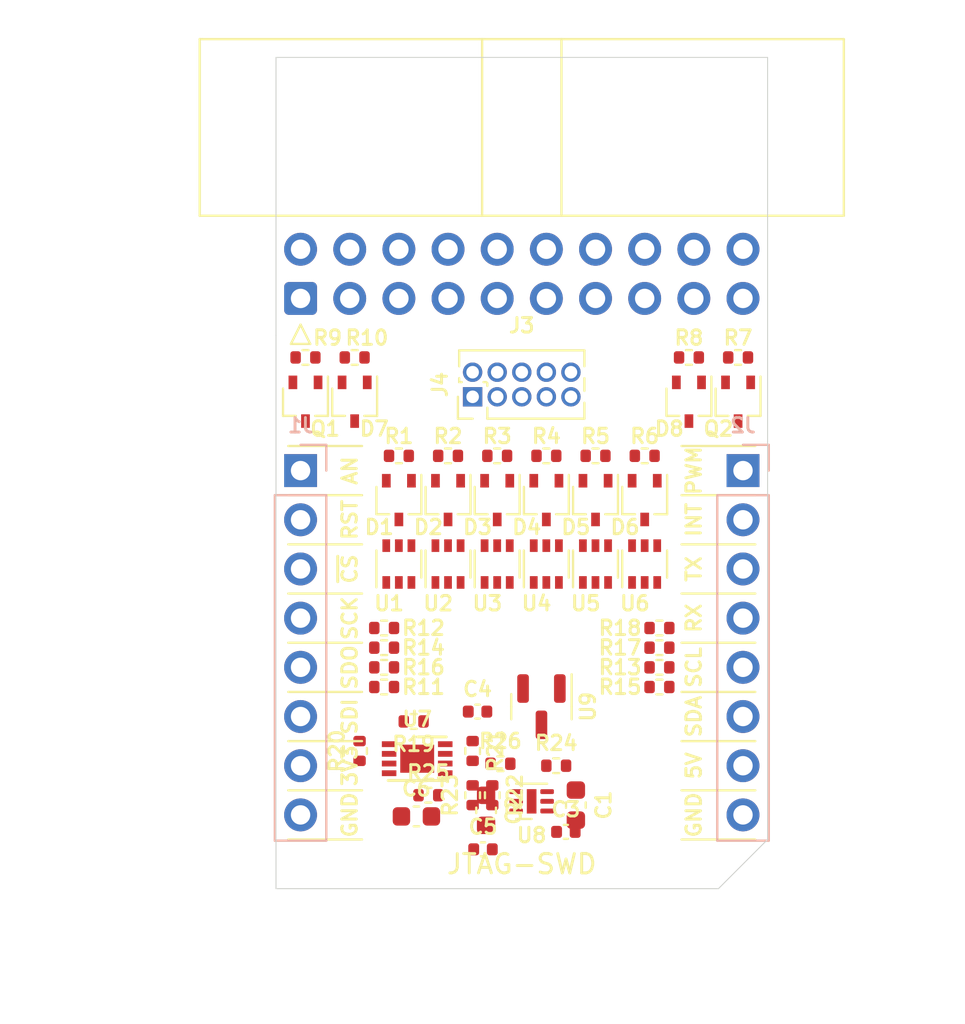
<source format=kicad_pcb>
(kicad_pcb (version 20221018) (generator pcbnew)
  (layers (0 "F.Cu" signal) (31 "B.Cu" signal) (34 "B.Paste" user) (35 "F.Paste" user) (36 "B.SilkS" user "B.Silkscreen") (37 "F.SilkS" user "F.Silkscreen") (38 "B.Mask" user) (39 "F.Mask" user) (44 "Edge.Cuts" user))
  (net 0 "")
  (net 1 "+3V3")
  (net 2 "GND")
  (net 3 "+5V")
  (net 4 "Net-(U7B--)")
  (net 5 "Net-(U7A--)")
  (net 6 "Net-(U7A-+)")
  (net 7 "Net-(R21-Pad1)")
  (net 8 "VDD")
  (net 9 "/VTREF_CLICK")
  (net 10 "/nRESET_CLICK")
  (net 11 "/TMS{slash}SWDIO_CLICK")
  (net 12 "/TCK{slash}SWCLK_CLICK")
  (net 13 "/TDO{slash}SWO_CLICK")
  (net 14 "/nTRST_CLICK")
  (net 15 "/RX_CLICK")
  (net 16 "/TMS{slash}SWDIO_DIR_CLICK")
  (net 17 "/RTCK_CLICK")
  (net 18 "/VTREF_TARGET")
  (net 19 "/nTRST_TARGET")
  (net 20 "/TDI{slash}TX_TARGET")
  (net 21 "/TMS{slash}SWDIO_TARGET")
  (net 22 "/TCK{slash}SWCLK_TARGET")
  (net 23 "/RTCK_TARGET")
  (net 24 "/TDO{slash}SWO_TARGET")
  (net 25 "/nRESET_TARGET")
  (net 26 "/RX_TARGET")
  (net 27 "/5V_TARGET")
  (net 28 "/TDI_CLICK")
  (net 29 "/TX_CLICK")
  (net 30 "Net-(U1-A)")
  (net 31 "Net-(U2-A)")
  (net 32 "Net-(U2-DIR)")
  (net 33 "Net-(U3-A)")
  (net 34 "Net-(U4-A)")
  (net 35 "Net-(U5-A)")
  (net 36 "Net-(U6-A)")
  (net 37 "Net-(D1-common)")
  (net 38 "Net-(D2-common)")
  (net 39 "Net-(D3-common)")
  (net 40 "Net-(D4-common)")
  (net 41 "Net-(D5-common)")
  (net 42 "Net-(D6-common)")
  (net 43 "Net-(D7-common)")
  (net 44 "Net-(D8-common)")
  (net 47 "/VTREF_EN_CLICK")
  (net 48 "Net-(U8-ADJ)")
  (net 49 "Net-(U8-EN)")
  (net 50 "Net-(U8-BYP)")
  (net 51 "Net-(U9-Vout)")
  (net 52 "Net-(U7B-+)")
  (footprint "Resistor_SMD:R_0402_1005Metric" (layer "F.Cu") (at 132.974 119.269)
    (fp_text reference "R25" (at 0 -1.17) (layer "F.SilkS") (effects (font (size 0.75 0.75))))
    (fp_text value "10.0k")
    (pad "1" smd roundrect (at -0.51 0) (size 0.54 0.64) (layers "F.Cu" "F.Paste" "F.Mask") (net 51 "Net-(U9-Vout)"))
    (pad "2" smd roundrect (at 0.51 0) (size 0.54 0.64) (layers "F.Cu" "F.Paste" "F.Mask") (net 52 "Net-(U7B-+)"))
  )
  (footprint "Resistor_SMD:R_0402_1005Metric" (layer "F.Cu") (at 131.45 101.743 180)
    (fp_text reference "R1" (at -0.002 1.016) (layer "F.SilkS") (effects (font (size 0.75 0.75))))
    (fp_text value "100")
    (pad "1" smd roundrect (at -0.51 0 180) (size 0.54 0.64) (layers "F.Cu" "F.Paste" "F.Mask") (net 37 "Net-(D1-common)"))
    (pad "2" smd roundrect (at 0.51 0 180) (size 0.54 0.64) (layers "F.Cu" "F.Paste" "F.Mask") (net 20 "/TDI{slash}TX_TARGET"))
  )
  (footprint "Resistor_SMD:R_0402_1005Metric" (layer "F.Cu") (at 136.696 117.643)
    (fp_text reference "R26" (at 0 -1.17) (layer "F.SilkS") (effects (font (size 0.75 0.75))))
    (fp_text value "10.0k")
    (pad "1" smd roundrect (at -0.51 0) (size 0.54 0.64) (layers "F.Cu" "F.Paste" "F.Mask") (net 52 "Net-(U7B-+)"))
    (pad "2" smd roundrect (at 0.51 0) (size 0.54 0.64) (layers "F.Cu" "F.Paste" "F.Mask") (net 2 "GND"))
  )
  (footprint "Package_TO_SOT_SMD:SOT-363_SC-70-6" (layer "F.Cu") (at 144.148 107.331 90)
    (fp_text reference "U6" (at -2.032 -0.506 180) (layer "F.SilkS") (effects (font (size 0.75 0.75))))
    (fp_text value "SN74LVC1T45DCK")
    (pad "1" smd rect (at -0.95 -0.65 90) (size 0.65 0.4) (layers "F.Cu" "F.Paste" "F.Mask") (net 1 "+3V3"))
    (pad "2" smd rect (at -0.95 0 90) (size 0.65 0.4) (layers "F.Cu" "F.Paste" "F.Mask") (net 2 "GND"))
    (pad "3" smd rect (at -0.95 0.65 90) (size 0.65 0.4) (layers "F.Cu" "F.Paste" "F.Mask") (net 36 "Net-(U6-A)"))
    (pad "4" smd rect (at 0.95 0.65 90) (size 0.65 0.4) (layers "F.Cu" "F.Paste" "F.Mask") (net 42 "Net-(D6-common)"))
    (pad "5" smd rect (at 0.95 0 90) (size 0.65 0.4) (layers "F.Cu" "F.Paste" "F.Mask") (net 2 "GND"))
    (pad "6" smd rect (at 0.95 -0.65 90) (size 0.65 0.4) (layers "F.Cu" "F.Paste" "F.Mask") (net 8 "VDD"))
  )
  (footprint "Resistor_SMD:R_0402_1005Metric" (layer "F.Cu") (at 126.624 96.663 180)
    (fp_text reference "R9" (at -1.143 1.016) (layer "F.SilkS") (effects (font (size 0.75 0.75))))
    (fp_text value "10.0k")
    (pad "1" smd roundrect (at -0.51 0 180) (size 0.54 0.64) (layers "F.Cu" "F.Paste" "F.Mask") (net 14 "/nTRST_CLICK"))
    (pad "2" smd roundrect (at 0.51 0 180) (size 0.54 0.64) (layers "F.Cu" "F.Paste" "F.Mask") (net 2 "GND"))
  )
  (footprint "Resistor_SMD:R_0402_1005Metric" (layer "F.Cu") (at 144.912 113.681 180)
    (fp_text reference "R15" (at 2.032 0) (layer "F.SilkS") (effects (font (size 0.75 0.75))))
    (fp_text value "1.00k")
    (pad "1" smd roundrect (at -0.51 0 180) (size 0.54 0.64) (layers "F.Cu" "F.Paste" "F.Mask") (net 17 "/RTCK_CLICK"))
    (pad "2" smd roundrect (at 0.51 0 180) (size 0.54 0.64) (layers "F.Cu" "F.Paste" "F.Mask") (net 34 "Net-(U4-A)"))
  )
  (footprint "Package_DFN_QFN:MLF-6-1EP_1.6x1.6mm_P0.5mm_EP0.5x1.26mm" (layer "F.Cu") (at 138.308 119.584 180)
    (fp_text reference "U8" (at 0 -1.75) (layer "F.SilkS") (effects (font (size 0.75 0.75))))
    (fp_text value "MIC5353YMT")
    (pad "1" smd roundrect (at -0.8 -0.5 180) (size 0.7 0.25) (layers "F.Cu" "F.Paste" "F.Mask") (net 49 "Net-(U8-EN)"))
    (pad "2" smd roundrect (at -0.8 0 180) (size 0.7 0.25) (layers "F.Cu" "F.Paste" "F.Mask") (net 2 "GND"))
    (pad "3" smd roundrect (at -0.8 0.5 180) (size 0.7 0.25) (layers "F.Cu" "F.Paste" "F.Mask") (net 3 "+5V"))
    (pad "4" smd roundrect (at 0.8 0.5 180) (size 0.7 0.25) (layers "F.Cu" "F.Paste" "F.Mask") (net 8 "VDD"))
    (pad "5" smd roundrect (at 0.8 0 180) (size 0.7 0.25) (layers "F.Cu" "F.Paste" "F.Mask") (net 48 "Net-(U8-ADJ)"))
    (pad "6" smd roundrect (at 0.8 -0.5 180) (size 0.7 0.25) (layers "F.Cu" "F.Paste" "F.Mask") (net 50 "Net-(U8-BYP)"))
    (pad "7" smd rect (at 0 0 180) (size 0.5 1.26) (layers "F.Cu" "F.Mask") (net 2 "GND"))
  )
  (footprint "Resistor_SMD:R_0402_1005Metric" (layer "F.Cu") (at 148.976 96.663 180)
    (fp_text reference "R7" (at 0 1.016) (layer "F.SilkS") (effects (font (size 0.75 0.75))))
    (fp_text value "10.0k")
    (pad "1" smd roundrect (at -0.51 0 180) (size 0.54 0.64) (layers "F.Cu" "F.Paste" "F.Mask") (net 10 "/nRESET_CLICK"))
    (pad "2" smd roundrect (at 0.51 0 180) (size 0.54 0.64) (layers "F.Cu" "F.Paste" "F.Mask") (net 2 "GND"))
  )
  (footprint "Package_TO_SOT_SMD:SOT-363_SC-70-6" (layer "F.Cu") (at 131.448 107.331 90)
    (fp_text reference "U1" (at -2.032 -0.506 180) (layer "F.SilkS") (effects (font (size 0.75 0.75))))
    (fp_text value "SN74LVC1T45DCK")
    (pad "1" smd rect (at -0.95 -0.65 90) (size 0.65 0.4) (layers "F.Cu" "F.Paste" "F.Mask") (net 1 "+3V3"))
    (pad "2" smd rect (at -0.95 0 90) (size 0.65 0.4) (layers "F.Cu" "F.Paste" "F.Mask") (net 2 "GND"))
    (pad "3" smd rect (at -0.95 0.65 90) (size 0.65 0.4) (layers "F.Cu" "F.Paste" "F.Mask") (net 30 "Net-(U1-A)"))
    (pad "4" smd rect (at 0.95 0.65 90) (size 0.65 0.4) (layers "F.Cu" "F.Paste" "F.Mask") (net 37 "Net-(D1-common)"))
    (pad "5" smd rect (at 0.95 0 90) (size 0.65 0.4) (layers "F.Cu" "F.Paste" "F.Mask") (net 1 "+3V3"))
    (pad "6" smd rect (at 0.95 -0.65 90) (size 0.65 0.4) (layers "F.Cu" "F.Paste" "F.Mask") (net 8 "VDD"))
  )
  (footprint "Resistor_SMD:R_0402_1005Metric" (layer "F.Cu") (at 146.436 96.663 180)
    (fp_text reference "R8" (at 0 1.016) (layer "F.SilkS") (effects (font (size 0.75 0.75))))
    (fp_text value "100")
    (pad "1" smd roundrect (at -0.51 0 180) (size 0.54 0.64) (layers "F.Cu" "F.Paste" "F.Mask") (net 44 "Net-(D8-common)"))
    (pad "2" smd roundrect (at 0.51 0 180) (size 0.54 0.64) (layers "F.Cu" "F.Paste" "F.Mask") (net 25 "/nRESET_TARGET"))
  )
  (footprint "Capacitor_SMD:C_0603_1608Metric" (layer "F.Cu") (at 132.356 120.363)
    (fp_text reference "C6" (at 0 -1.43) (layer "F.SilkS") (effects (font (size 0.75 0.75))))
    (fp_text value "1.0uF")
    (pad "1" smd roundrect (at -0.775 0) (size 0.9 0.95) (layers "F.Cu" "F.Paste" "F.Mask") (net 51 "Net-(U9-Vout)"))
    (pad "2" smd roundrect (at 0.775 0) (size 0.9 0.95) (layers "F.Cu" "F.Paste" "F.Mask") (net 2 "GND"))
  )
  (footprint "Package_TO_SOT_SMD:SOT-323_SC-70" (layer "F.Cu") (at 129.164 98.949 -90)
    (fp_text reference "D7" (at 1.397 -1.016 -180) (layer "F.SilkS") (effects (font (size 0.75 0.75))))
    (fp_text value "D1213A-01W")
    (pad "1" smd rect (at -1 -0.65 180) (size 0.45 0.7) (layers "F.Cu" "F.Paste" "F.Mask") (net 43 "Net-(D7-common)"))
    (pad "2" smd rect (at -1 0.65 180) (size 0.45 0.7) (layers "F.Cu" "F.Paste" "F.Mask") (net 8 "VDD"))
    (pad "3" smd rect (at 1 0 180) (size 0.45 0.7) (layers "F.Cu" "F.Paste" "F.Mask") (net 2 "GND"))
  )
  (footprint "Package_TO_SOT_SMD:SOT-323_SC-70" (layer "F.Cu") (at 146.436 98.949 -90)
    (fp_text reference "D8" (at 1.397 1.016 -180) (layer "F.SilkS") (effects (font (size 0.75 0.75))))
    (fp_text value "D1213A-01W")
    (pad "1" smd rect (at -1 -0.65 180) (size 0.45 0.7) (layers "F.Cu" "F.Paste" "F.Mask") (net 44 "Net-(D8-common)"))
    (pad "2" smd rect (at -1 0.65 180) (size 0.45 0.7) (layers "F.Cu" "F.Paste" "F.Mask") (net 8 "VDD"))
    (pad "3" smd rect (at 1 0 180) (size 0.45 0.7) (layers "F.Cu" "F.Paste" "F.Mask") (net 2 "GND"))
  )
  (footprint "Package_TO_SOT_SMD:SOT-323_SC-70" (layer "F.Cu") (at 148.976 98.949 -90)
    (fp_text reference "Q2" (at 1.397 1.016 -180) (layer "F.SilkS") (effects (font (size 0.75 0.75))))
    (fp_text value "2N7002W")
    (pad "1" smd rect (at -1 -0.65 180) (size 0.45 0.7) (layers "F.Cu" "F.Paste" "F.Mask") (net 10 "/nRESET_CLICK"))
    (pad "2" smd rect (at -1 0.65 180) (size 0.45 0.7) (layers "F.Cu" "F.Paste" "F.Mask") (net 2 "GND"))
    (pad "3" smd rect (at 1 0 180) (size 0.45 0.7) (layers "F.Cu" "F.Paste" "F.Mask") (net 44 "Net-(D8-common)"))
  )
  (footprint "Resistor_SMD:R_0402_1005Metric" (layer "F.Cu") (at 135.26 119.269 90)
    (fp_text reference "R23" (at 0 -1.17 90) (layer "F.SilkS") (effects (font (size 0.75 0.75))))
    (fp_text value "10.0k")
    (pad "1" smd roundrect (at -0.51 0 90) (size 0.54 0.64) (layers "F.Cu" "F.Paste" "F.Mask") (net 48 "Net-(U8-ADJ)"))
    (pad "2" smd roundrect (at 0.51 0 90) (size 0.54 0.64) (layers "F.Cu" "F.Paste" "F.Mask") (net 7 "Net-(R21-Pad1)"))
  )
  (footprint "Package_TO_SOT_SMD:SOT-323_SC-70" (layer "F.Cu") (at 141.61 104.029 -90)
    (fp_text reference "D5" (at 1.397 1.016 -180) (layer "F.SilkS") (effects (font (size 0.75 0.75))))
    (fp_text value "D1213A-01W")
    (pad "1" smd rect (at -1 -0.65 180) (size 0.45 0.7) (layers "F.Cu" "F.Paste" "F.Mask") (net 41 "Net-(D5-common)"))
    (pad "2" smd rect (at -1 0.65 180) (size 0.45 0.7) (layers "F.Cu" "F.Paste" "F.Mask") (net 8 "VDD"))
    (pad "3" smd rect (at 1 0 180) (size 0.45 0.7) (layers "F.Cu" "F.Paste" "F.Mask") (net 2 "GND"))
  )
  (footprint "Package_TO_SOT_SMD:SOT-363_SC-70-6" (layer "F.Cu") (at 133.988 107.331 90)
    (fp_text reference "U2" (at -2.032 -0.506 180) (layer "F.SilkS") (effects (font (size 0.75 0.75))))
    (fp_text value "SN74LVC1T45DCK")
    (pad "1" smd rect (at -0.95 -0.65 90) (size 0.65 0.4) (layers "F.Cu" "F.Paste" "F.Mask") (net 1 "+3V3"))
    (pad "2" smd rect (at -0.95 0 90) (size 0.65 0.4) (layers "F.Cu" "F.Paste" "F.Mask") (net 2 "GND"))
    (pad "3" smd rect (at -0.95 0.65 90) (size 0.65 0.4) (layers "F.Cu" "F.Paste" "F.Mask") (net 31 "Net-(U2-A)"))
    (pad "4" smd rect (at 0.95 0.65 90) (size 0.65 0.4) (layers "F.Cu" "F.Paste" "F.Mask") (net 38 "Net-(D2-common)"))
    (pad "5" smd rect (at 0.95 0 90) (size 0.65 0.4) (layers "F.Cu" "F.Paste" "F.Mask") (net 32 "Net-(U2-DIR)"))
    (pad "6" smd rect (at 0.95 -0.65 90) (size 0.65 0.4) (layers "F.Cu" "F.Paste" "F.Mask") (net 8 "VDD"))
  )
  (footprint "Resistor_SMD:R_0402_1005Metric" (layer "F.Cu") (at 129.164 96.663 180)
    (fp_text reference "R10" (at -0.635 1.016) (layer "F.SilkS") (effects (font (size 0.75 0.75))))
    (fp_text value "100")
    (pad "1" smd roundrect (at -0.51 0 180) (size 0.54 0.64) (layers "F.Cu" "F.Paste" "F.Mask") (net 43 "Net-(D7-common)"))
    (pad "2" smd roundrect (at 0.51 0 180) (size 0.54 0.64) (layers "F.Cu" "F.Paste" "F.Mask") (net 19 "/nTRST_TARGET"))
  )
  (footprint "Resistor_SMD:R_0402_1005Metric" (layer "F.Cu") (at 129.418 116.983 90)
    (fp_text reference "R20" (at 0 -1.17 90) (layer "F.SilkS") (effects (font (size 0.75 0.75))))
    (fp_text value "10.0k")
    (pad "1" smd roundrect (at -0.51 0 90) (size 0.54 0.64) (layers "F.Cu" "F.Paste" "F.Mask") (net 6 "Net-(U7A-+)"))
    (pad "2" smd roundrect (at 0.51 0 90) (size 0.54 0.64) (layers "F.Cu" "F.Paste" "F.Mask") (net 18 "/VTREF_TARGET"))
  )
  (footprint "Package_TO_SOT_SMD:SOT-323_SC-70" (layer "F.Cu") (at 144.15 104.029 -90)
    (fp_text reference "D6" (at 1.397 1.016 -180) (layer "F.SilkS") (effects (font (size 0.75 0.75))))
    (fp_text value "D1213A-01W")
    (pad "1" smd rect (at -1 -0.65 180) (size 0.45 0.7) (layers "F.Cu" "F.Paste" "F.Mask") (net 42 "Net-(D6-common)"))
    (pad "2" smd rect (at -1 0.65 180) (size 0.45 0.7) (layers "F.Cu" "F.Paste" "F.Mask") (net 8 "VDD"))
    (pad "3" smd rect (at 1 0 180) (size 0.45 0.7) (layers "F.Cu" "F.Paste" "F.Mask") (net 2 "GND"))
  )
  (footprint "Package_TO_SOT_SMD:SOT-323_SC-70" (layer "F.Cu") (at 139.07 104.029 -90)
    (fp_text reference "D4" (at 1.397 1.016 -180) (layer "F.SilkS") (effects (font (size 0.75 0.75))))
    (fp_text value "D1213A-01W")
    (pad "1" smd rect (at -1 -0.65 180) (size 0.45 0.7) (layers "F.Cu" "F.Paste" "F.Mask") (net 40 "Net-(D4-common)"))
    (pad "2" smd rect (at -1 0.65 180) (size 0.45 0.7) (layers "F.Cu" "F.Paste" "F.Mask") (net 8 "VDD"))
    (pad "3" smd rect (at 1 0 180) (size 0.45 0.7) (layers "F.Cu" "F.Paste" "F.Mask") (net 2 "GND"))
  )
  (footprint "Resistor_SMD:R_0402_1005Metric" (layer "F.Cu") (at 139.578 117.745)
    (fp_text reference "R24" (at 0 -1.17) (layer "F.SilkS") (effects (font (size 0.75 0.75))))
    (fp_text value "10.0k")
    (pad "1" smd roundrect (at -0.51 0) (size 0.54 0.64) (layers "F.Cu" "F.Paste" "F.Mask") (net 49 "Net-(U8-EN)"))
    (pad "2" smd roundrect (at 0.51 0) (size 0.54 0.64) (layers "F.Cu" "F.Paste" "F.Mask") (net 2 "GND"))
  )
  (footprint "Resistor_SMD:R_0402_1005Metric" (layer "F.Cu") (at 130.688 111.649)
    (fp_text reference "R14" (at 2.032 0) (layer "F.SilkS") (effects (font (size 0.75 0.75))))
    (fp_text value "1.00k")
    (pad "1" smd roundrect (at -0.51 0) (size 0.54 0.64) (layers "F.Cu" "F.Paste" "F.Mask") (net 12 "/TCK{slash}SWCLK_CLICK"))
    (pad "2" smd roundrect (at 0.51 0) (size 0.54 0.64) (layers "F.Cu" "F.Paste" "F.Mask") (net 33 "Net-(U3-A)"))
  )
  (footprint "Package_TO_SOT_SMD:SOT-323_SC-70" (layer "F.Cu") (at 136.53 104.029 -90)
    (fp_text reference "D3" (at 1.397 1.016 180) (layer "F.SilkS") (effects (font (size 0.75 0.75))))
    (fp_text value "D1213A-01W")
    (pad "1" smd rect (at -1 -0.65 180) (size 0.45 0.7) (layers "F.Cu" "F.Paste" "F.Mask") (net 39 "Net-(D3-common)"))
    (pad "2" smd rect (at -1 0.65 180) (size 0.45 0.7) (layers "F.Cu" "F.Paste" "F.Mask") (net 8 "VDD"))
    (pad "3" smd rect (at 1 0 180) (size 0.45 0.7) (layers "F.Cu" "F.Paste" "F.Mask") (net 2 "GND"))
  )
  (footprint "Package_TO_SOT_SMD:SOT-363_SC-70-6" (layer "F.Cu") (at 139.068 107.331 90)
    (fp_text reference "U4" (at -2.032 -0.506 180) (layer "F.SilkS") (effects (font (size 0.75 0.75))))
    (fp_text value "SN74LVC1T45DCK")
    (pad "1" smd rect (at -0.95 -0.65 90) (size 0.65 0.4) (layers "F.Cu" "F.Paste" "F.Mask") (net 1 "+3V3"))
    (pad "2" smd rect (at -0.95 0 90) (size 0.65 0.4) (layers "F.Cu" "F.Paste" "F.Mask") (net 2 "GND"))
    (pad "3" smd rect (at -0.95 0.65 90) (size 0.65 0.4) (layers "F.Cu" "F.Paste" "F.Mask") (net 34 "Net-(U4-A)"))
    (pad "4" smd rect (at 0.95 0.65 90) (size 0.65 0.4) (layers "F.Cu" "F.Paste" "F.Mask") (net 40 "Net-(D4-common)"))
    (pad "5" smd rect (at 0.95 0 90) (size 0.65 0.4) (layers "F.Cu" "F.Paste" "F.Mask") (net 2 "GND"))
    (pad "6" smd rect (at 0.95 -0.65 90) (size 0.65 0.4) (layers "F.Cu" "F.Paste" "F.Mask") (net 8 "VDD"))
  )
  (footprint "Resistor_SMD:R_0402_1005Metric" (layer "F.Cu") (at 139.07 101.743 180)
    (fp_text reference "R4" (at 0 1.016) (layer "F.SilkS") (effects (font (size 0.75 0.75))))
    (fp_text value "100")
    (pad "1" smd roundrect (at -0.51 0 180) (size 0.54 0.64) (layers "F.Cu" "F.Paste" "F.Mask") (net 40 "Net-(D4-common)"))
    (pad "2" smd roundrect (at 0.51 0 180) (size 0.54 0.64) (layers "F.Cu" "F.Paste" "F.Mask") (net 23 "/RTCK_TARGET"))
  )
  (footprint "Package_TO_SOT_SMD:SOT-323_SC-70" (layer "F.Cu") (at 131.45 104.029 -90)
    (fp_text reference "D1" (at 1.397 1.016 -180) (layer "F.SilkS") (effects (font (size 0.75 0.75))))
    (fp_text value "D1213A-01W")
    (pad "1" smd rect (at -1 -0.65 180) (size 0.45 0.7) (layers "F.Cu" "F.Paste" "F.Mask") (net 37 "Net-(D1-common)"))
    (pad "2" smd rect (at -1 0.65 180) (size 0.45 0.7) (layers "F.Cu" "F.Paste" "F.Mask") (net 8 "VDD"))
    (pad "3" smd rect (at 1 0 180) (size 0.45 0.7) (layers "F.Cu" "F.Paste" "F.Mask") (net 2 "GND"))
  )
  (footprint "Capacitor_SMD:C_0402_1005Metric" (layer "F.Cu") (at 135.796 122.063)
    (fp_text reference "C5" (at 0 -1.16) (layer "F.SilkS") (effects (font (size 0.75 0.75))))
    (fp_text value "0.1uF")
    (pad "1" smd roundrect (at -0.48 0) (size 0.56 0.62) (layers "F.Cu" "F.Paste" "F.Mask") (net 3 "+5V"))
    (pad "2" smd roundrect (at 0.48 0) (size 0.56 0.62) (layers "F.Cu" "F.Paste" "F.Mask") (net 2 "GND"))
  )
  (footprint "Resistor_SMD:R_0402_1005Metric" (layer "F.Cu") (at 130.688 113.681)
    (fp_text reference "R11" (at 2.032 0) (layer "F.SilkS") (effects (font (size 0.75 0.75))))
    (fp_text value "1.00k")
    (pad "1" smd roundrect (at -0.51 0) (size 0.54 0.64) (layers "F.Cu" "F.Paste" "F.Mask") (net 28 "/TDI_CLICK"))
    (pad "2" smd roundrect (at 0.51 0) (size 0.54 0.64) (layers "F.Cu" "F.Paste" "F.Mask") (net 30 "Net-(U1-A)"))
  )
  (footprint "Connector_IDC:IDC-Header_2x10_P2.54mm_Horizontal" (layer "F.Cu") (at 126.37 93.615 90)
    (fp_text reference "J3" (at -1.397 11.43 180) (layer "F.SilkS") (effects (font (size 0.75 0.75))))
    (fp_text value "Conn_ARM_JTAG_SWD_20")
    (pad "1" thru_hole roundrect locked (at 0 0 90) (size 1.7 1.7) (drill 1) (layers "*.Cu" "*.Mask") (roundrect_rratio 0.147059) (net 18 "/VTREF_TARGET"))
    (pad "2" thru_hole circle locked (at 2.54 0 90) (size 1.7 1.7) (drill 1) (layers "*.Cu" "*.Mask"))
    (pad "3" thru_hole circle locked (at 0 2.54 90) (size 1.7 1.7) (drill 1) (layers "*.Cu" "*.Mask") (net 19 "/nTRST_TARGET"))
    (pad "4" thru_hole circle locked (at 2.54 2.54 90) (size 1.7 1.7) (drill 1) (layers "*.Cu" "*.Mask") (net 2 "GND"))
    (pad "5" thru_hole circle locked (at 0 5.08 90) (size 1.7 1.7) (drill 1) (layers "*.Cu" "*.Mask") (net 20 "/TDI{slash}TX_TARGET"))
    (pad "6" thru_hole circle locked (at 2.54 5.08 90) (size 1.7 1.7) (drill 1) (layers "*.Cu" "*.Mask") (net 2 "GND"))
    (pad "7" thru_hole circle locked (at 0 7.62 90) (size 1.7 1.7) (drill 1) (layers "*.Cu" "*.Mask") (net 21 "/TMS{slash}SWDIO_TARGET"))
    (pad "8" thru_hole circle locked (at 2.54 7.62 90) (size 1.7 1.7) (drill 1) (layers "*.Cu" "*.Mask") (net 2 "GND"))
    (pad "9" thru_hole circle locked (at 0 10.16 90) (size 1.7 1.7) (drill 1) (layers "*.Cu" "*.Mask") (net 22 "/TCK{slash}SWCLK_TARGET"))
    (pad "10" thru_hole circle locked (at 2.54 10.16 90) (size 1.7 1.7) (drill 1) (layers "*.Cu" "*.Mask") (net 2 "GND"))
    (pad "11" thru_hole circle locked (at 0 12.7 90) (size 1.7 1.7) (drill 1) (layers "*.Cu" "*.Mask") (net 23 "/RTCK_TARGET"))
    (pad "12" thru_hole circle locked (at 2.54 12.7 90) (size 1.7 1.7) (drill 1) (layers "*.Cu" "*.Mask") (net 2 "GND"))
    (pad "13" thru_hole circle locked (at 0 15.24 90) (size 1.7 1.7) (drill 1) (layers "*.Cu" "*.Mask") (net 24 "/TDO{slash}SWO_TARGET"))
    (pad "14" thru_hole circle locked (at 2.54 15.24 90) (size 1.7 1.7) (drill 1) (layers "*.Cu" "*.Mask") (net 2 "GND"))
    (pad "15" thru_hole circle locked (at 0 17.78 90) (size 1.7 1.7) (drill 1) (layers "*.Cu" "*.Mask") (net 25 "/nRESET_TARGET"))
    (pad "16" thru_hole circle locked (at 2.54 17.78 90) (size 1.7 1.7) (drill 1) (layers "*.Cu" "*.Mask") (net 2 "GND"))
    (pad "17" thru_hole circle locked (at 0 20.32 90) (size 1.7 1.7) (drill 1) (layers "*.Cu" "*.Mask") (net 26 "/RX_TARGET"))
    (pad "18" thru_hole circle locked (at 2.54 20.32 90) (size 1.7 1.7) (drill 1) (layers "*.Cu" "*.Mask") (net 2 "GND"))
    (pad "19" thru_hole circle locked (at 0 22.86 90) (size 1.7 1.7) (drill 1) (layers "*.Cu" "*.Mask") (net 27 "/5V_TARGET"))
    (pad "20" thru_hole circle locked (at 2.54 22.86 90) (size 1.7 1.7) (drill 1) (layers "*.Cu" "*.Mask") (net 2 "GND"))
  )
  (footprint "Resistor_SMD:R_0402_1005Metric" (layer "F.Cu") (at 144.912 112.665 180)
    (fp_text reference "R13" (at 2.032 0) (layer "F.SilkS") (effects (font (size 0.75 0.75))))
    (fp_text value "1.00k")
    (pad "1" smd roundrect (at -0.51 0 180) (size 0.54 0.64) (layers "F.Cu" "F.Paste" "F.Mask") (net 16 "/TMS{slash}SWDIO_DIR_CLICK"))
    (pad "2" smd roundrect (at 0.51 0 180) (size 0.54 0.64) (layers "F.Cu" "F.Paste" "F.Mask") (net 32 "Net-(U2-DIR)"))
  )
  (footprint "Resistor_SMD:R_0402_1005Metric" (layer "F.Cu") (at 144.15 101.743 180)
    (fp_text reference "R6" (at 0 1.016) (layer "F.SilkS") (effects (font (size 0.75 0.75))))
    (fp_text value "100")
    (pad "1" smd roundrect (at -0.51 0 180) (size 0.54 0.64) (layers "F.Cu" "F.Paste" "F.Mask") (net 42 "Net-(D6-common)"))
    (pad "2" smd roundrect (at 0.51 0 180) (size 0.54 0.64) (layers "F.Cu" "F.Paste" "F.Mask") (net 26 "/RX_TARGET"))
  )
  (footprint "Capacitor_SMD:C_0402_1005Metric" (layer "F.Cu") (at 140.077 121.161)
    (fp_text reference "C3" (at 0 -1.16) (layer "F.SilkS") (effects (font (size 0.75 0.75))))
    (fp_text value "0.1uF")
    (pad "1" smd roundrect (at -0.48 0) (size 0.56 0.62) (layers "F.Cu" "F.Paste" "F.Mask") (net 8 "VDD"))
    (pad "2" smd roundrect (at 0.48 0) (size 0.56 0.62) (layers "F.Cu" "F.Paste" "F.Mask") (net 2 "GND"))
  )
  (footprint "Package_DFN_QFN:DFN-8-1EP_3x2mm_P0.5mm_EP1.75x1.45mm" (layer "F.Cu") (at 132.3955 117.3825)
    (fp_text reference "U7" (at 0 -2.05) (layer "F.SilkS") (effects (font (size 0.75 0.75))))
    (fp_text value "MCP6002")
    (pad "1" smd rect (at -1.45 -0.75) (size 0.75 0.3) (layers "F.Cu" "F.Paste" "F.Mask") (net 5 "Net-(U7A--)"))
    (pad "2" smd rect (at -1.45 -0.25) (size 0.75 0.3) (layers "F.Cu" "F.Paste" "F.Mask") (net 5 "Net-(U7A--)"))
    (pad "3" smd rect (at -1.45 0.25) (size 0.75 0.3) (layers "F.Cu" "F.Paste" "F.Mask") (net 6 "Net-(U7A-+)"))
    (pad "4" smd rect (at -1.45 0.75) (size 0.75 0.3) (layers "F.Cu" "F.Paste" "F.Mask") (net 2 "GND"))
    (pad "5" smd rect (at 1.45 0.75) (size 0.75 0.3) (layers "F.Cu" "F.Paste" "F.Mask") (net 52 "Net-(U7B-+)"))
    (pad "6" smd rect (at 1.45 0.25) (size 0.75 0.3) (layers "F.Cu" "F.Paste" "F.Mask") (net 4 "Net-(U7B--)"))
    (pad "7" smd rect (at 1.45 -0.25) (size 0.75 0.3) (layers "F.Cu" "F.Paste" "F.Mask") (net 7 "Net-(R21-Pad1)"))
    (pad "8" smd rect (at 1.45 -0.75) (size 0.75 0.3) (layers "F.Cu" "F.Paste" "F.Mask") (net 3 "+5V"))
    (pad "9" smd rect (at 0 0) (size 1.75 1.45) (layers "F.Cu" "F.Mask") (net 2 "GND"))
  )
  (footprint "Capacitor_SMD:C_0402_1005Metric" (layer "F.Cu") (at 135.514 114.951)
    (fp_text reference "C4" (at 0 -1.16) (layer "F.SilkS") (effects (font (size 0.75 0.75))))
    (fp_text value "0.1uF")
    (pad "1" smd roundrect (at -0.48 0) (size 0.56 0.62) (layers "F.Cu" "F.Paste" "F.Mask") (net 50 "Net-(U8-BYP)"))
    (pad "2" smd roundrect (at 0.48 0) (size 0.56 0.62) (layers "F.Cu" "F.Paste" "F.Mask") (net 2 "GND"))
  )
  (footprint "Resistor_SMD:R_0402_1005Metric" (layer "F.Cu") (at 141.61 101.743 180)
    (fp_text reference "R5" (at 0 1.016) (layer "F.SilkS") (effects (font (size 0.75 0.75))))
    (fp_text value "100")
    (pad "1" smd roundrect (at -0.51 0 180) (size 0.54 0.64) (layers "F.Cu" "F.Paste" "F.Mask") (net 41 "Net-(D5-common)"))
    (pad "2" smd roundrect (at 0.51 0 180) (size 0.54 0.64) (layers "F.Cu" "F.Paste" "F.Mask") (net 24 "/TDO{slash}SWO_TARGET"))
  )
  (footprint "Package_TO_SOT_SMD:SOT-363_SC-70-6" (layer "F.Cu") (at 136.528 107.331 90)
    (fp_text reference "U3" (at -2.032 -0.506 180) (layer "F.SilkS") (effects (font (size 0.75 0.75))))
    (fp_text value "SN74LVC1T45DCK")
    (pad "1" smd rect (at -0.95 -0.65 90) (size 0.65 0.4) (layers "F.Cu" "F.Paste" "F.Mask") (net 1 "+3V3"))
    (pad "2" smd rect (at -0.95 0 90) (size 0.65 0.4) (layers "F.Cu" "F.Paste" "F.Mask") (net 2 "GND"))
    (pad "3" smd rect (at -0.95 0.65 90) (size 0.65 0.4) (layers "F.Cu" "F.Paste" "F.Mask") (net 33 "Net-(U3-A)"))
    (pad "4" smd rect (at 0.95 0.65 90) (size 0.65 0.4) (layers "F.Cu" "F.Paste" "F.Mask") (net 39 "Net-(D3-common)"))
    (pad "5" smd rect (at 0.95 0 90) (size 0.65 0.4) (layers "F.Cu" "F.Paste" "F.Mask") (net 1 "+3V3"))
    (pad "6" smd rect (at 0.95 -0.65 90) (size 0.65 0.4) (layers "F.Cu" "F.Paste" "F.Mask") (net 8 "VDD"))
  )
  (footprint "Resistor_SMD:R_0402_1005Metric" (layer "F.Cu") (at 130.688 110.633)
    (fp_text reference "R12" (at 2.032 0) (layer "F.SilkS") (effects (font (size 0.75 0.75))))
    (fp_text value "1.00k")
    (pad "1" smd roundrect (at -0.51 0) (size 0.54 0.64) (layers "F.Cu" "F.Paste" "F.Mask") (net 11 "/TMS{slash}SWDIO_CLICK"))
    (pad "2" smd roundrect (at 0.51 0) (size 0.54 0.64) (layers "F.Cu" "F.Paste" "F.Mask") (net 31 "Net-(U2-A)"))
  )
  (footprint "Capacitor_SMD:C_0603_1608Metric" (layer "F.Cu") (at 140.594 119.777 -90)
    (fp_text reference "C1" (at 0 -1.43 90) (layer "F.SilkS") (effects (font (size 0.75 0.75))))
    (fp_text value "1.0uF")
    (pad "1" smd roundrect (at -0.775 0 270) (size 0.9 0.95) (layers "F.Cu" "F.Paste" "F.Mask") (net 3 "+5V"))
    (pad "2" smd roundrect (at 0.775 0 270) (size 0.9 0.95) (layers "F.Cu" "F.Paste" "F.Mask") (net 2 "GND"))
  )
  (footprint "Resistor_SMD:R_0402_1005Metric" (layer "F.Cu") (at 136.53 101.743 180)
    (fp_text reference "R3" (at 0 1.016) (layer "F.SilkS") (effects (font (size 0.75 0.75))))
    (fp_text value "100")
    (pad "1" smd roundrect (at -0.51 0 180) (size 0.54 0.64) (layers "F.Cu" "F.Paste" "F.Mask") (net 39 "Net-(D3-common)"))
    (pad "2" smd roundrect (at 0.51 0 180) (size 0.54 0.64) (layers "F.Cu" "F.Paste" "F.Mask") (net 22 "/TCK{slash}SWCLK_TARGET"))
  )
  (footprint "Package_TO_SOT_SMD:SOT-323_SC-70" (layer "F.Cu") (at 126.624 98.949 -90)
    (fp_text reference "Q1" (at 1.397 -1.016 -180) (layer "F.SilkS") (effects (font (size 0.75 0.75))))
    (fp_text value "2N7002W")
    (pad "1" smd rect (at -1 -0.65 180) (size 0.45 0.7) (layers "F.Cu" "F.Paste" "F.Mask") (net 14 "/nTRST_CLICK"))
    (pad "2" smd rect (at -1 0.65 180) (size 0.45 0.7) (layers "F.Cu" "F.Paste" "F.Mask") (net 2 "GND"))
    (pad "3" smd rect (at 1 0 180) (size 0.45 0.7) (layers "F.Cu" "F.Paste" "F.Mask") (net 43 "Net-(D7-common)"))
  )
  (footprint "Resistor_SMD:R_0402_1005Metric" (layer "F.Cu") (at 135.26 116.983 -90)
    (fp_text reference "R21" (at 0 -1.17 90) (layer "F.SilkS") (effects (font (size 0.75 0.75))))
    (fp_text value "10.0k")
    (pad "1" smd roundrect (at -0.51 0 270) (size 0.54 0.64) (layers "F.Cu" "F.Paste" "F.Mask") (net 7 "Net-(R21-Pad1)"))
    (pad "2" smd roundrect (at 0.51 0 270) (size 0.54 0.64) (layers "F.Cu" "F.Paste" "F.Mask") (net 4 "Net-(U7B--)"))
  )
  (footprint "Package_TO_SOT_SMD:SOT-323_SC-70" (layer "F.Cu") (at 133.99 104.029 -90)
    (fp_text reference "D2" (at 1.397 1.016 180) (layer "F.SilkS") (effects (font (size 0.75 0.75))))
    (fp_text value "D1213A-01W")
    (pad "1" smd rect (at -1 -0.65 180) (size 0.45 0.7) (layers "F.Cu" "F.Paste" "F.Mask") (net 38 "Net-(D2-common)"))
    (pad "2" smd rect (at -1 0.65 180) (size 0.45 0.7) (layers "F.Cu" "F.Paste" "F.Mask") (net 8 "VDD"))
    (pad "3" smd rect (at 1 0 180) (size 0.45 0.7) (layers "F.Cu" "F.Paste" "F.Mask") (net 2 "GND"))
  )
  (footprint "Resistor_SMD:R_0402_1005Metric" (layer "F.Cu") (at 130.688 112.665)
    (fp_text reference "R16" (at 2.032 0) (layer "F.SilkS") (effects (font (size 0.75 0.75))))
    (fp_text value "1.00k")
    (pad "1" smd roundrect (at -0.51 0) (size 0.54 0.64) (layers "F.Cu" "F.Paste" "F.Mask") (net 13 "/TDO{slash}SWO_CLICK"))
    (pad "2" smd roundrect (at 0.51 0) (size 0.54 0.64) (layers "F.Cu" "F.Paste" "F.Mask") (net 35 "Net-(U5-A)"))
  )
  (footprint "Package_TO_SOT_SMD:SOT-23" (layer "F.Cu") (at 138.816 114.697 -90)
    (fp_text reference "U9" (at 0 -2.4 90) (layer "F.SilkS") (effects (font (size 0.75 0.75))))
    (fp_text value "MCP1525-TT")
    (pad "1" smd roundrect (at -0.9375 -0.95 270) (size 1.475 0.6) (layers "F.Cu" "F.Paste" "F.Mask") (net 3 "+5V"))
    (pad "2" smd roundrect (at -0.9375 0.95 270) (size 1.475 0.6) (layers "F.Cu" "F.Paste" "F.Mask") (net 51 "Net-(U9-Vout)"))
    (pad "3" smd roundrect (at 0.9375 0 270) (size 1.475 0.6) (layers "F.Cu" "F.Paste" "F.Mask") (net 2 "GND"))
  )
  (footprint "Connector_PinHeader_1.27mm:PinHeader_2x05_P1.27mm_Vertical" (layer "F.Cu") (at 135.26 98.695 90)
    (fp_text reference "J4" (at 0.635 -1.695 90) (layer "F.SilkS") (effects (font (size 0.75 0.75))))
    (fp_text value "Conn_ARM_JTAG_SWD_10")
    (pad "1" thru_hole rect (at 0 0 90) (size 1 1) (drill 0.65) (layers "*.Cu" "*.Mask") (net 18 "/VTREF_TARGET"))
    (pad "2" thru_hole oval (at 1.27 0 90) (size 1 1) (drill 0.65) (layers "*.Cu" "*.Mask") (net 21 "/TMS{slash}SWDIO_TARGET"))
    (pad "3" thru_hole oval (at 0 1.27 90) (size 1 1) (drill 0.65) (layers "*.Cu" "*.Mask") (net 2 "GND"))
    (pad "4" thru_hole oval (at 1.27 1.27 90) (size 1 1) (drill 0.65) (layers "*.Cu" "*.Mask") (net 22 "/TCK{slash}SWCLK_TARGET"))
    (pad "5" thru_hole oval (at 0 2.54 90) (size 1 1) (drill 0.65) (layers "*.Cu" "*.Mask") (net 2 "GND"))
    (pad "6" thru_hole oval (at 1.27 2.54 90) (size 1 1) (drill 0.65) (layers "*.Cu" "*.Mask") (net 24 "/TDO{slash}SWO_TARGET"))
    (pad "7" thru_hole oval (at 0 3.81 90) (size 1 1) (drill 0.65) (layers "*.Cu" "*.Mask"))
    (pad "8" thru_hole oval (at 1.27 3.81 90) (size 1 1) (drill 0.65) (layers "*.Cu" "*.Mask") (net 20 "/TDI{slash}TX_TARGET"))
    (pad "9" thru_hole oval (at 0 5.08 90) (size 1 1) (drill 0.65) (layers "*.Cu" "*.Mask") (net 2 "GND"))
    (pad "10" thru_hole oval (at 1.27 5.08 90) (size 1 1) (drill 0.65) (layers "*.Cu" "*.Mask") (net 25 "/nRESET_TARGET"))
  )
  (footprint "Resistor_SMD:R_0402_1005Metric" (layer "F.Cu") (at 136.276 119.269 -90)
    (fp_text reference "R22" (at 0 -1.17 90) (layer "F.SilkS") (effects (font (size 0.75 0.75))))
    (fp_text value "30.0k")
    (pad "1" smd roundrect (at -0.51 0 270) (size 0.54 0.64) (layers "F.Cu" "F.Paste" "F.Mask") (net 8 "VDD"))
    (pad "2" smd roundrect (at 0.51 0 270) (size 0.54 0.64) (layers "F.Cu" "F.Paste" "F.Mask") (net 48 "Net-(U8-ADJ)"))
  )
  (footprint "Resistor_SMD:R_0402_1005Metric" (layer "F.Cu") (at 133.99 101.743 180)
    (fp_text reference "R2" (at 0 1.016) (layer "F.SilkS") (effects (font (size 0.75 0.75))))
    (fp_text value "100")
    (pad "1" smd roundrect (at -0.51 0 180) (size 0.54 0.64) (layers "F.Cu" "F.Paste" "F.Mask") (net 38 "Net-(D2-common)"))
    (pad "2" smd roundrect (at 0.51 0 180) (size 0.54 0.64) (layers "F.Cu" "F.Paste" "F.Mask") (net 21 "/TMS{slash}SWDIO_TARGET"))
  )
  (footprint "Package_TO_SOT_SMD:SOT-363_SC-70-6" (layer "F.Cu") (at 141.608 107.331 90)
    (fp_text reference "U5" (at -2.032 -0.506 180) (layer "F.SilkS") (effects (font (size 0.75 0.75))))
    (fp_text value "SN74LVC1T45DCK")
    (pad "1" smd rect (at -0.95 -0.65 90) (size 0.65 0.4) (layers "F.Cu" "F.Paste" "F.Mask") (net 1 "+3V3"))
    (pad "2" smd rect (at -0.95 0 90) (size 0.65 0.4) (layers "F.Cu" "F.Paste" "F.Mask") (net 2 "GND"))
    (pad "3" smd rect (at -0.95 0.65 90) (size 0.65 0.4) (layers "F.Cu" "F.Paste" "F.Mask") (net 35 "Net-(U5-A)"))
    (pad "4" smd rect (at 0.95 0.65 90) (size 0.65 0.4) (layers "F.Cu" "F.Paste" "F.Mask") (net 41 "Net-(D5-common)"))
    (pad "5" smd rect (at 0.95 0 90) (size 0.65 0.4) (layers "F.Cu" "F.Paste" "F.Mask") (net 2 "GND"))
    (pad "6" smd rect (at 0.95 -0.65 90) (size 0.65 0.4) (layers "F.Cu" "F.Paste" "F.Mask") (net 8 "VDD"))
  )
  (footprint "Resistor_SMD:R_0402_1005Metric" (layer "F.Cu") (at 144.912 111.649 180)
    (fp_text reference "R17" (at 2.032 0) (layer "F.SilkS") (effects (font (size 0.75 0.75))))
    (fp_text value "1.00k")
    (pad "1" smd roundrect (at -0.51 0 180) (size 0.54 0.64) (layers "F.Cu" "F.Paste" "F.Mask") (net 15 "/RX_CLICK"))
    (pad "2" smd roundrect (at 0.51 0 180) (size 0.54 0.64) (layers "F.Cu" "F.Paste" "F.Mask") (net 36 "Net-(U6-A)"))
  )
  (footprint "Resistor_SMD:R_0402_1005Metric" (layer "F.Cu") (at 132.212 115.459 180)
    (fp_text reference "R19" (at 0 -1.17) (layer "F.SilkS") (effects (font (size 0.75 0.75))))
    (fp_text value "30.0k")
    (pad "1" smd roundrect (at -0.51 0 180) (size 0.54 0.64) (layers "F.Cu" "F.Paste" "F.Mask") (net 4 "Net-(U7B--)"))
    (pad "2" smd roundrect (at 0.51 0 180) (size 0.54 0.64) (layers "F.Cu" "F.Paste" "F.Mask") (net 5 "Net-(U7A--)"))
  )
  (footprint "Capacitor_SMD:C_0603_1608Metric" (layer "F.Cu") (at 135.956 120.049 -90)
    (fp_text reference "C2" (at 0 -1.43 90) (layer "F.SilkS") (effects (font (size 0.75 0.75))))
    (fp_text value "1.0uF")
    (pad "1" smd roundrect (at -0.775 0 270) (size 0.9 0.95) (layers "F.Cu" "F.Paste" "F.Mask") (net 8 "VDD"))
    (pad "2" smd roundrect (at 0.775 0 270) (size 0.9 0.95) (layers "F.Cu" "F.Paste" "F.Mask") (net 2 "GND"))
  )
  (footprint "Resistor_SMD:R_0402_1005Metric" (layer "F.Cu") (at 144.912 110.633 180)
    (fp_text reference "R18" (at 2.032 0) (layer "F.SilkS") (effects (font (size 0.75 0.75))))
    (fp_text value "1.00k")
    (pad "1" smd roundrect (at -0.51 0 180) (size 0.54 0.64) (layers "F.Cu" "F.Paste" "F.Mask") (net 29 "/TX_CLICK"))
    (pad "2" smd roundrect (at 0.51 0 180) (size 0.54 0.64) (layers "F.Cu" "F.Paste" "F.Mask") (net 30 "Net-(U1-A)"))
  )
  (footprint "Connector_PinHeader_2.54mm:PinHeader_1x08_P2.54mm_Vertical" (layer "B.Cu") (at 126.37 102.505 180)
    (fp_text reference "J1" (at 0 2.33) (layer "B.SilkS") (effects (font (size 0.75 0.75)) (justify mirror)))
    (fp_text value "Conn_01x08")
    (pad "1" thru_hole rect locked (at 0 0 180) (size 1.7 1.7) (drill 1) (layers "*.Cu" "*.Mask") (net 9 "/VTREF_CLICK"))
    (pad "2" thru_hole oval locked (at 0 -2.54 180) (size 1.7 1.7) (drill 1) (layers "*.Cu" "*.Mask") (net 14 "/nTRST_CLICK"))
    (pad "3" thru_hole oval locked (at 0 -5.08 180) (size 1.7 1.7) (drill 1) (layers "*.Cu" "*.Mask") (net 11 "/TMS{slash}SWDIO_CLICK"))
    (pad "4" thru_hole oval locked (at 0 -7.62 180) (size 1.7 1.7) (drill 1) (layers "*.Cu" "*.Mask") (net 12 "/TCK{slash}SWCLK_CLICK"))
    (pad "5" thru_hole oval locked (at 0 -10.16 180) (size 1.7 1.7) (drill 1) (layers "*.Cu" "*.Mask") (net 13 "/TDO{slash}SWO_CLICK"))
    (pad "6" thru_hole oval locked (at 0 -12.7 180) (size 1.7 1.7) (drill 1) (layers "*.Cu" "*.Mask") (net 28 "/TDI_CLICK"))
    (pad "7" thru_hole oval locked (at 0 -15.24 180) (size 1.7 1.7) (drill 1) (layers "*.Cu" "*.Mask") (net 1 "+3V3"))
    (pad "8" thru_hole oval locked (at 0 -17.78 180) (size 1.7 1.7) (drill 1) (layers "*.Cu" "*.Mask") (net 2 "GND"))
  )
  (footprint "Connector_PinHeader_2.54mm:PinHeader_1x08_P2.54mm_Vertical" (layer "B.Cu") (at 149.23 102.505 180)
    (fp_text reference "J2" (at 0 2.33) (layer "B.SilkS") (effects (font (size 0.75 0.75)) (justify mirror)))
    (fp_text value "Conn_01x08")
    (pad "1" thru_hole rect locked (at 0 0 180) (size 1.7 1.7) (drill 1) (layers "*.Cu" "*.Mask") (net 47 "/VTREF_EN_CLICK"))
    (pad "2" thru_hole oval locked (at 0 -2.54 180) (size 1.7 1.7) (drill 1) (layers "*.Cu" "*.Mask") (net 10 "/nRESET_CLICK"))
    (pad "3" thru_hole oval locked (at 0 -5.08 180) (size 1.7 1.7) (drill 1) (layers "*.Cu" "*.Mask") (net 29 "/TX_CLICK"))
    (pad "4" thru_hole oval locked (at 0 -7.62 180) (size 1.7 1.7) (drill 1) (layers "*.Cu" "*.Mask") (net 15 "/RX_CLICK"))
    (pad "5" thru_hole oval locked (at 0 -10.16 180) (size 1.7 1.7) (drill 1) (layers "*.Cu" "*.Mask") (net 16 "/TMS{slash}SWDIO_DIR_CLICK"))
    (pad "6" thru_hole oval locked (at 0 -12.7 180) (size 1.7 1.7) (drill 1) (layers "*.Cu" "*.Mask") (net 17 "/RTCK_CLICK"))
    (pad "7" thru_hole oval locked (at 0 -15.24 180) (size 1.7 1.7) (drill 1) (layers "*.Cu" "*.Mask") (net 3 "+5V"))
    (pad "8" thru_hole oval locked (at 0 -17.78 180) (size 1.7 1.7) (drill 1) (layers "*.Cu" "*.Mask") (net 2 "GND"))
  )
  (gr_line (start 146.055 116.475) (end 149.865 116.475) (stroke (width 0.12)) (layer "F.SilkS"))
  (gr_line (start 146.055 113.935) (end 149.865 113.935) (stroke (width 0.12)) (layer "F.SilkS"))
  (gr_line (start 125.735 111.395) (end 129.545 111.395) (stroke (width 0.12)) (layer "F.SilkS"))
  (gr_line (start 125.735 121.555) (end 129.545 121.555) (stroke (width 0.12)) (layer "F.SilkS"))
  (gr_line (start 125.735 103.775) (end 129.545 103.775) (stroke (width 0.12)) (layer "F.SilkS"))
  (gr_line (start 125.735 113.935) (end 129.545 113.935) (stroke (width 0.12)) (layer "F.SilkS"))
  (gr_line (start 125.735 106.315) (end 129.545 106.315) (stroke (width 0.12)) (layer "F.SilkS"))
  (gr_line (start 125.735 101.235) (end 129.545 101.235) (stroke (width 0.12)) (layer "F.SilkS"))
  (gr_line (start 146.055 103.775) (end 149.865 103.775) (stroke (width 0.12)) (layer "F.SilkS"))
  (gr_line (start 146.055 106.315) (end 149.865 106.315) (stroke (width 0.12)) (layer "F.SilkS"))
  (gr_line (start 146.055 121.555) (end 149.865 121.555) (stroke (width 0.12)) (layer "F.SilkS"))
  (gr_line (start 146.055 108.855) (end 149.865 108.855) (stroke (width 0.12)) (layer "F.SilkS"))
  (gr_line (start 146.055 119.015) (end 149.865 119.015) (stroke (width 0.12)) (layer "F.SilkS"))
  (gr_line (start 125.735 119.015) (end 129.545 119.015) (stroke (width 0.12)) (layer "F.SilkS"))
  (gr_line (start 146.055 111.395) (end 149.865 111.395) (stroke (width 0.12)) (layer "F.SilkS"))
  (gr_line (start 125.735 116.475) (end 129.545 116.475) (stroke (width 0.12)) (layer "F.SilkS"))
  (gr_line (start 125.735 108.855) (end 129.545 108.855) (stroke (width 0.12)) (layer "F.SilkS"))
  (gr_line (start 146.055 101.235) (end 149.865 101.235) (stroke (width 0.12)) (layer "F.SilkS"))
  (gr_line (start 150.5 95.52) (end 150.5 81.169) (stroke (width 0.05)) (layer "Edge.Cuts"))
  (gr_line (start 150.5 121.555) (end 150.5 95.52) (stroke (width 0.05)) (layer "Edge.Cuts"))
  (gr_line (start 150.5 121.555) (end 147.96 124.095) (stroke (width 0.05)) (layer "Edge.Cuts"))
  (gr_line (start 125.1 124.095) (end 125.1 95.52) (stroke (width 0.05)) (layer "Edge.Cuts"))
  (gr_line (start 125.1 81.169) (end 150.5 81.169) (stroke (width 0.05)) (layer "Edge.Cuts"))
  (gr_line (start 125.1 95.52) (end 125.1 81.169) (stroke (width 0.05)) (layer "Edge.Cuts"))
  (gr_line (start 147.96 124.095) (end 125.1 124.095) (stroke (width 0.05)) (layer "Edge.Cuts"))
  (gr_text "PWM" (at 146.69 102.505 90) (layer "F.SilkS") (effects (font (size 0.75 0.75))))
  (gr_text "3V3" (at 128.91 117.745 90) (layer "F.SilkS") (effects (font (size 0.75 0.75))))
  (gr_text "AN" (at 128.91 102.505 90) (layer "F.SilkS") (effects (font (size 0.75 0.75))))
  (gr_text "JTAG-SWD" (at 137.8 122.825) (layer "F.SilkS") (effects (font (size 1 1))))
  (gr_text "INT" (at 146.69 105.045 90) (layer "F.SilkS") (effects (font (size 0.75 0.75))))
  (gr_text "SDA" (at 146.69 115.205 90) (layer "F.SilkS") (effects (font (size 0.75 0.75))))
  (gr_text "SDO" (at 128.91 112.665 90) (layer "F.SilkS") (effects (font (size 0.75 0.75))))
  (gr_text "SCL" (at 146.69 112.665 90) (layer "F.SilkS") (effects (font (size 0.75 0.75))))
  (gr_text "SDI" (at 128.91 115.205 90) (layer "F.SilkS") (effects (font (size 0.75 0.75))))
  (gr_text "SCK" (at 128.91 110.125 90) (layer "F.SilkS") (effects (font (size 0.75 0.75))))
  (gr_text "5V" (at 146.69 117.745 90) (layer "F.SilkS") (effects (font (size 0.75 0.75))))
  (gr_text "RST" (at 128.91 105.045 90) (layer "F.SilkS") (effects (font (size 0.75 0.75))))
  (gr_text "GND" (at 128.91 120.285 90) (layer "F.SilkS") (effects (font (size 0.75 0.75))))
  (gr_text "RX" (at 146.69 110.125 90) (layer "F.SilkS") (effects (font (size 0.75 0.75))))
  (gr_text "TX" (at 146.69 107.585 90) (layer "F.SilkS") (effects (font (size 0.75 0.75))))
  (gr_text "GND" (at 146.69 120.285 90) (layer "F.SilkS") (effects (font (size 0.75 0.75))))
  (gr_text "~{CS}" (at 128.91 107.585 90) (layer "F.SilkS") (effects (font (size 0.75 0.75))))
)
</source>
